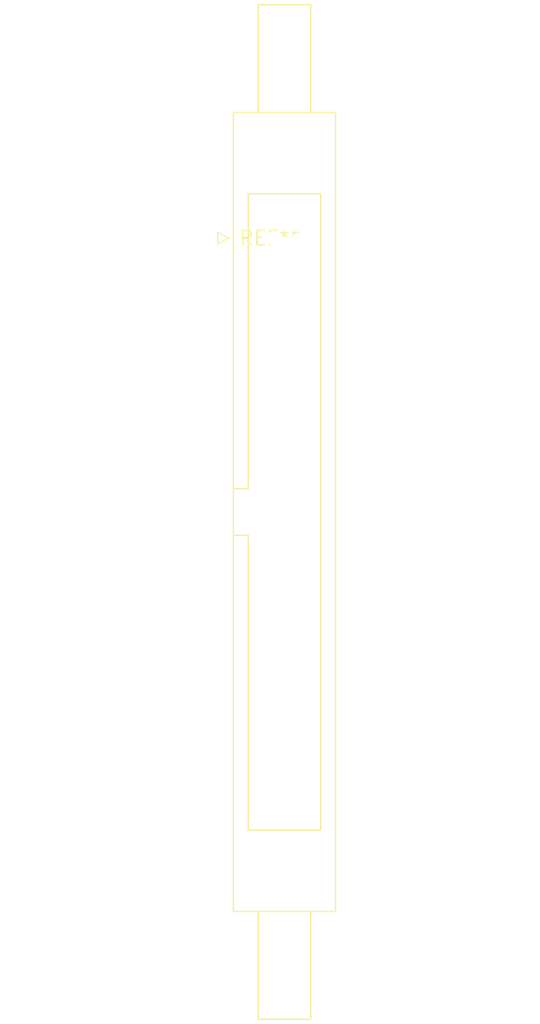
<source format=kicad_pcb>
(kicad_pcb (version 20240108) (generator pcbnew)
  (layers (0 "F.Cu" signal) (31 "B.Cu" signal) (34 "B.Paste" user) (35 "F.Paste" user) (36 "B.SilkS" user "B.Silkscreen") (37 "F.SilkS" user "F.Silkscreen") (38 "B.Mask" user) (39 "F.Mask" user) (44 "Edge.Cuts" user))
  (net 0 "")
  (footprint "IDC-Header_2x20_P2.54mm_Latch9.5mm_Vertical" (layer "F.Cu") (at 0 0)
    (property "Reference" "REF**")
    (property "Value" "IDC-Header_2x20_P2.54mm_Latch9.5mm_Vertical")
    (fp_line (start -4.63 -0.5) (end -4.63 0.5) (layer "F.SilkS") (stroke (width 0.12)))
    (fp_line (start -4.63 0.5) (end -3.63 0) (layer "F.SilkS") (stroke (width 0.12)))
    (fp_line (start -3.63 0) (end -4.63 -0.5) (layer "F.SilkS") (stroke (width 0.12)))
    (fp_line (start -3.24 -11.08) (end 5.78 -11.08) (layer "F.SilkS") (stroke (width 0.12)))
    (fp_line (start -3.24 22.08) (end -1.93 22.08) (layer "F.SilkS") (stroke (width 0.12)))
    (fp_line (start -3.24 59.34) (end -3.24 -11.08) (layer "F.SilkS") (stroke (width 0.12)))
    (fp_line (start -1.93 -3.92) (end 4.47 -3.92) (layer "F.SilkS") (stroke (width 0.12)))
    (fp_line (start -1.93 22.08) (end -1.93 -3.92) (layer "F.SilkS") (stroke (width 0.12)))
    (fp_line (start -1.93 26.18) (end -3.24 26.18) (layer "F.SilkS") (stroke (width 0.12)))
    (fp_line (start -1.93 26.18) (end -1.93 26.18) (layer "F.SilkS") (stroke (width 0.12)))
    (fp_line (start -1.93 52.18) (end -1.93 26.18) (layer "F.SilkS") (stroke (width 0.12)))
    (fp_line (start -1.04 -20.58) (end 3.58 -20.58) (layer "F.SilkS") (stroke (width 0.12)))
    (fp_line (start -1.04 -11.08) (end -1.04 -20.58) (layer "F.SilkS") (stroke (width 0.12)))
    (fp_line (start -1.04 59.34) (end -1.04 68.84) (layer "F.SilkS") (stroke (width 0.12)))
    (fp_line (start -1.04 68.84) (end 3.58 68.84) (layer "F.SilkS") (stroke (width 0.12)))
    (fp_line (start 3.58 -20.58) (end 3.58 -11.08) (layer "F.SilkS") (stroke (width 0.12)))
    (fp_line (start 3.58 68.84) (end 3.58 59.34) (layer "F.SilkS") (stroke (width 0.12)))
    (fp_line (start 4.47 -3.92) (end 4.47 52.18) (layer "F.SilkS") (stroke (width 0.12)))
    (fp_line (start 4.47 52.18) (end -1.93 52.18) (layer "F.SilkS") (stroke (width 0.12)))
    (fp_line (start 5.78 -11.08) (end 5.78 59.34) (layer "F.SilkS") (stroke (width 0.12)))
    (fp_line (start 5.78 59.34) (end -3.24 59.34) (layer "F.SilkS") (stroke (width 0.12)))
    (pad "1" thru_hole roundrect (at 0 0) (size 1.7 1.7) (drill 1) (layers *.Cu *.Mask) (remove_unused_layers) (roundrect_rratio 0.147059))
    (pad "2" thru_hole circle (at 2.54 0) (size 1.7 1.7) (drill 1) (layers *.Cu *.Mask) (remove_unused_layers))
    (pad "3" thru_hole circle (at 0 2.54) (size 1.7 1.7) (drill 1) (layers *.Cu *.Mask) (remove_unused_layers))
    (pad "4" thru_hole circle (at 2.54 2.54) (size 1.7 1.7) (drill 1) (layers *.Cu *.Mask) (remove_unused_layers))
    (pad "5" thru_hole circle (at 0 5.08) (size 1.7 1.7) (drill 1) (layers *.Cu *.Mask) (remove_unused_layers))
    (pad "6" thru_hole circle (at 2.54 5.08) (size 1.7 1.7) (drill 1) (layers *.Cu *.Mask) (remove_unused_layers))
    (pad "7" thru_hole circle (at 0 7.62) (size 1.7 1.7) (drill 1) (layers *.Cu *.Mask) (remove_unused_layers))
    (pad "8" thru_hole circle (at 2.54 7.62) (size 1.7 1.7) (drill 1) (layers *.Cu *.Mask) (remove_unused_layers))
    (pad "9" thru_hole circle (at 0 10.16) (size 1.7 1.7) (drill 1) (layers *.Cu *.Mask) (remove_unused_layers))
    (pad "10" thru_hole circle (at 2.54 10.16) (size 1.7 1.7) (drill 1) (layers *.Cu *.Mask) (remove_unused_layers))
    (pad "11" thru_hole circle (at 0 12.7) (size 1.7 1.7) (drill 1) (layers *.Cu *.Mask) (remove_unused_layers))
    (pad "12" thru_hole circle (at 2.54 12.7) (size 1.7 1.7) (drill 1) (layers *.Cu *.Mask) (remove_unused_layers))
    (pad "13" thru_hole circle (at 0 15.24) (size 1.7 1.7) (drill 1) (layers *.Cu *.Mask) (remove_unused_layers))
    (pad "14" thru_hole circle (at 2.54 15.24) (size 1.7 1.7) (drill 1) (layers *.Cu *.Mask) (remove_unused_layers))
    (pad "15" thru_hole circle (at 0 17.78) (size 1.7 1.7) (drill 1) (layers *.Cu *.Mask) (remove_unused_layers))
    (pad "16" thru_hole circle (at 2.54 17.78) (size 1.7 1.7) (drill 1) (layers *.Cu *.Mask) (remove_unused_layers))
    (pad "17" thru_hole circle (at 0 20.32) (size 1.7 1.7) (drill 1) (layers *.Cu *.Mask) (remove_unused_layers))
    (pad "18" thru_hole circle (at 2.54 20.32) (size 1.7 1.7) (drill 1) (layers *.Cu *.Mask) (remove_unused_layers))
    (pad "19" thru_hole circle (at 0 22.86) (size 1.7 1.7) (drill 1) (layers *.Cu *.Mask) (remove_unused_layers))
    (pad "20" thru_hole circle (at 2.54 22.86) (size 1.7 1.7) (drill 1) (layers *.Cu *.Mask) (remove_unused_layers))
    (pad "21" thru_hole circle (at 0 25.4) (size 1.7 1.7) (drill 1) (layers *.Cu *.Mask) (remove_unused_layers))
    (pad "22" thru_hole circle (at 2.54 25.4) (size 1.7 1.7) (drill 1) (layers *.Cu *.Mask) (remove_unused_layers))
    (pad "23" thru_hole circle (at 0 27.94) (size 1.7 1.7) (drill 1) (layers *.Cu *.Mask) (remove_unused_layers))
    (pad "24" thru_hole circle (at 2.54 27.94) (size 1.7 1.7) (drill 1) (layers *.Cu *.Mask) (remove_unused_layers))
    (pad "25" thru_hole circle (at 0 30.48) (size 1.7 1.7) (drill 1) (layers *.Cu *.Mask) (remove_unused_layers))
    (pad "26" thru_hole circle (at 2.54 30.48) (size 1.7 1.7) (drill 1) (layers *.Cu *.Mask) (remove_unused_layers))
    (pad "27" thru_hole circle (at 0 33.02) (size 1.7 1.7) (drill 1) (layers *.Cu *.Mask) (remove_unused_layers))
    (pad "28" thru_hole circle (at 2.54 33.02) (size 1.7 1.7) (drill 1) (layers *.Cu *.Mask) (remove_unused_layers))
    (pad "29" thru_hole circle (at 0 35.56) (size 1.7 1.7) (drill 1) (layers *.Cu *.Mask) (remove_unused_layers))
    (pad "30" thru_hole circle (at 2.54 35.56) (size 1.7 1.7) (drill 1) (layers *.Cu *.Mask) (remove_unused_layers))
    (pad "31" thru_hole circle (at 0 38.1) (size 1.7 1.7) (drill 1) (layers *.Cu *.Mask) (remove_unused_layers))
    (pad "32" thru_hole circle (at 2.54 38.1) (size 1.7 1.7) (drill 1) (layers *.Cu *.Mask) (remove_unused_layers))
    (pad "33" thru_hole circle (at 0 40.64) (size 1.7 1.7) (drill 1) (layers *.Cu *.Mask) (remove_unused_layers))
    (pad "34" thru_hole circle (at 2.54 40.64) (size 1.7 1.7) (drill 1) (layers *.Cu *.Mask) (remove_unused_layers))
    (pad "35" thru_hole circle (at 0 43.18) (size 1.7 1.7) (drill 1) (layers *.Cu *.Mask) (remove_unused_layers))
    (pad "36" thru_hole circle (at 2.54 43.18) (size 1.7 1.7) (drill 1) (layers *.Cu *.Mask) (remove_unused_layers))
    (pad "37" thru_hole circle (at 0 45.72) (size 1.7 1.7) (drill 1) (layers *.Cu *.Mask) (remove_unused_layers))
    (pad "38" thru_hole circle (at 2.54 45.72) (size 1.7 1.7) (drill 1) (layers *.Cu *.Mask) (remove_unused_layers))
    (pad "39" thru_hole circle (at 0 48.26) (size 1.7 1.7) (drill 1) (layers *.Cu *.Mask) (remove_unused_layers))
    (pad "40" thru_hole circle (at 2.54 48.26) (size 1.7 1.7) (drill 1) (layers *.Cu *.Mask) (remove_unused_layers))
  )
)
</source>
